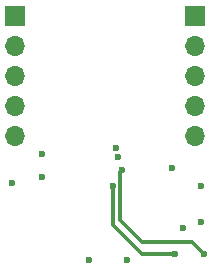
<source format=gbl>
G04 #@! TF.GenerationSoftware,KiCad,Pcbnew,8.0.4*
G04 #@! TF.CreationDate,2024-11-22T23:05:38-05:00*
G04 #@! TF.ProjectId,usb_to_uart_ft232rl,7573625f-746f-45f7-9561-72745f667432,rev?*
G04 #@! TF.SameCoordinates,Original*
G04 #@! TF.FileFunction,Copper,L4,Bot*
G04 #@! TF.FilePolarity,Positive*
%FSLAX46Y46*%
G04 Gerber Fmt 4.6, Leading zero omitted, Abs format (unit mm)*
G04 Created by KiCad (PCBNEW 8.0.4) date 2024-11-22 23:05:38*
%MOMM*%
%LPD*%
G01*
G04 APERTURE LIST*
G04 #@! TA.AperFunction,ComponentPad*
%ADD10R,1.700000X1.700000*%
G04 #@! TD*
G04 #@! TA.AperFunction,ComponentPad*
%ADD11O,1.700000X1.700000*%
G04 #@! TD*
G04 #@! TA.AperFunction,ViaPad*
%ADD12C,0.600000*%
G04 #@! TD*
G04 #@! TA.AperFunction,Conductor*
%ADD13C,0.300000*%
G04 #@! TD*
G04 APERTURE END LIST*
D10*
X100250000Y-40590000D03*
D11*
X100250000Y-43130000D03*
X100250000Y-45670000D03*
X100250000Y-48210000D03*
X100250000Y-50750000D03*
D10*
X115490000Y-40590000D03*
D11*
X115490000Y-43130000D03*
X115490000Y-45670000D03*
X115490000Y-48210000D03*
X115490000Y-50750000D03*
D12*
X114500000Y-58500000D03*
X113500000Y-53500000D03*
X109750000Y-61250000D03*
X100000000Y-54750000D03*
X106500000Y-61250000D03*
X109258848Y-53650000D03*
X108500000Y-55000000D03*
X116250000Y-60750000D03*
X113750000Y-60750000D03*
X116000000Y-55000000D03*
X116000000Y-58000000D03*
X102500000Y-52250000D03*
X102500000Y-54250000D03*
X108750000Y-51750000D03*
X109000000Y-52500000D03*
D13*
X109150000Y-53758848D02*
X109258848Y-53650000D01*
X109150000Y-54750000D02*
X109150000Y-53758848D01*
X109150000Y-57900000D02*
X109150000Y-54750000D01*
X111000000Y-59750000D02*
X109150000Y-57900000D01*
X108500000Y-58250000D02*
X108500000Y-55000000D01*
X111000000Y-60750000D02*
X108500000Y-58250000D01*
X115250000Y-59750000D02*
X111000000Y-59750000D01*
X116250000Y-60750000D02*
X115250000Y-59750000D01*
X113750000Y-60750000D02*
X111000000Y-60750000D01*
M02*

</source>
